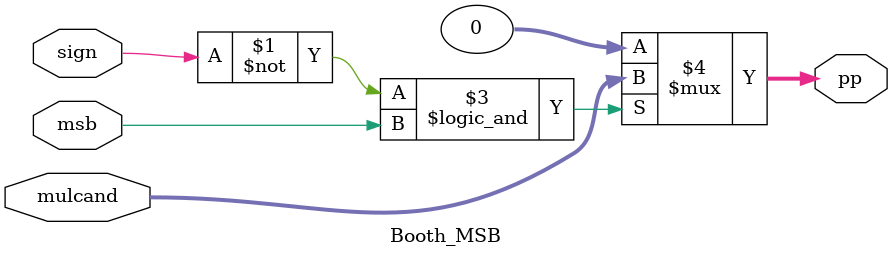
<source format=v>
module Booth_MSB(
	input [31:0] mulcand,
	input msb,
	input sign,

	output [31:0] pp
);

	assign pp = ((sign == 0)&&(msb == 1))? mulcand : 32'b0;
    
endmodule

</source>
